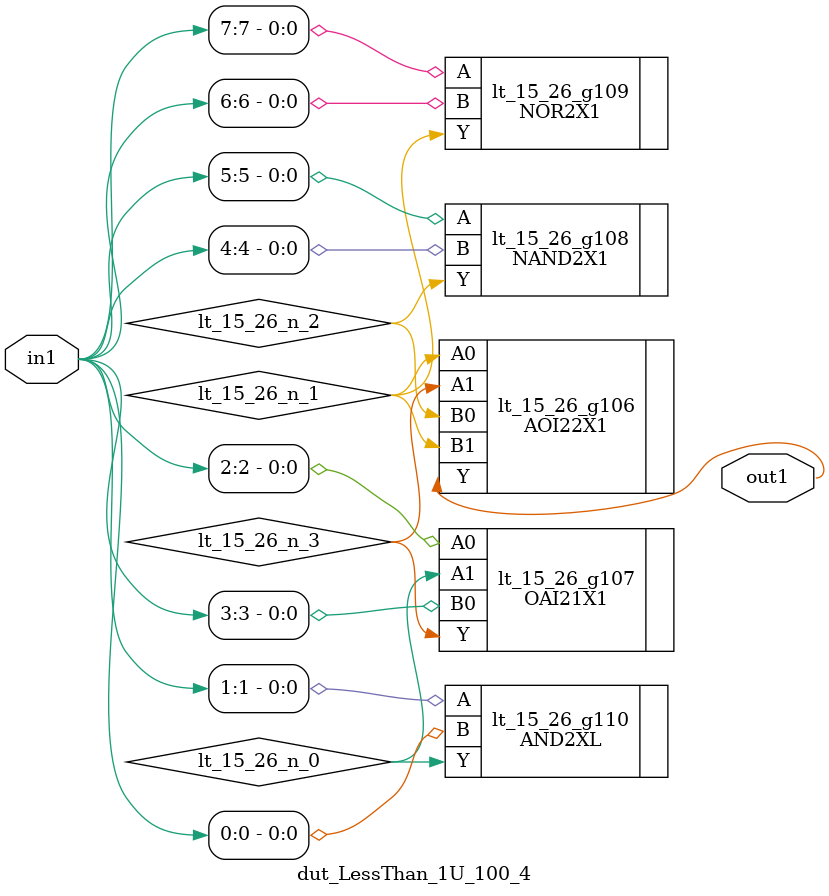
<source format=v>
`timescale 1ps / 1ps


module dut_LessThan_1U_100_4(in1, out1);
  input [7:0] in1;
  output out1;
  wire [7:0] in1;
  wire out1;
  wire lt_15_26_n_0, lt_15_26_n_1, lt_15_26_n_2, lt_15_26_n_3;
  AOI22X1 lt_15_26_g106(.A0 (lt_15_26_n_1), .A1 (lt_15_26_n_3), .B0
       (lt_15_26_n_2), .B1 (lt_15_26_n_1), .Y (out1));
  OAI21X1 lt_15_26_g107(.A0 (in1[2]), .A1 (lt_15_26_n_0), .B0 (in1[3]),
       .Y (lt_15_26_n_3));
  NAND2X1 lt_15_26_g108(.A (in1[5]), .B (in1[4]), .Y (lt_15_26_n_2));
  NOR2X1 lt_15_26_g109(.A (in1[7]), .B (in1[6]), .Y (lt_15_26_n_1));
  AND2XL lt_15_26_g110(.A (in1[1]), .B (in1[0]), .Y (lt_15_26_n_0));
endmodule



</source>
